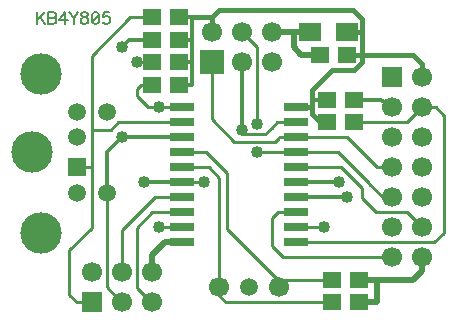
<source format=gtl>
G04 This is an RS-274x file exported by *
G04 gerbv version 2.6A *
G04 More information is available about gerbv at *
G04 http://gerbv.geda-project.org/ *
G04 --End of header info--*
%MOIN*%
%FSLAX34Y34*%
%IPPOS*%
%INKB4Y805__.GTL*%
G04 --Define apertures--*
%ADD10C,0.0100*%
%ADD11C,0.0118*%
%ADD12C,0.0150*%
%ADD13C,0.0157*%
%ADD14C,0.0197*%
%ADD15C,0.0020*%
%ADD16C,0.0250*%
%ADD17C,0.0039*%
%ADD18C,0.0050*%
%ADD19C,0.0079*%
%ADD20C,0.0098*%
%ADD21C,0.1378*%
%ADD22C,0.1438*%
%ADD23C,0.0591*%
%ADD24C,0.0650*%
%ADD25C,0.0669*%
%ADD26C,0.0729*%
%ADD27C,0.0847*%
%AMMACRO28*
1,1,0.078740,0.000000,0.000000*
1,0,0.058740,0.000000,0.000000*
21,1,0.068740,0.005000,0.000000,0.000000,0.000000*
21,1,0.005000,0.068740,0.000000,0.000000,0.000000*
%
%ADD28MACRO28*%
%ADD29R,0.0591X0.0591*%
%ADD30R,0.0600X0.0560*%
%ADD31R,0.0650X0.0650*%
%ADD32R,0.0660X0.0620*%
%ADD33R,0.0669X0.0669*%
%ADD34R,0.0729X0.0729*%
%ADD35R,0.0748X0.0630*%
%ADD36R,0.0787X0.0787*%
%ADD37R,0.0800X0.0260*%
%ADD38R,0.0808X0.0690*%
%ADD39R,0.0847X0.0847*%
%ADD40R,0.0860X0.0320*%
%ADD41C,0.0400*%
%ADD42C,0.0460*%
G04 --Start main section--*
G54D20*
G01X0022250Y0020250D02*
G01X0022250Y0018755D01*
G01X0022505Y0018500D02*
G01X0023000Y0018500D01*
G01X0022250Y0018755D02*
G01X0022505Y0018500D01*
G01X0022250Y0020250D02*
G01X0022258Y0020250D01*
G01X0022500Y0023000D02*
G01X0023000Y0023000D01*
G54D11*
G01X0023500Y0022150D02*
G01X0023500Y0023500D01*
G54D20*
G01X0023000Y0024250D02*
G01X0023650Y0024250D01*
G01X0023650Y0024256D02*
G01X0023650Y0024250D01*
G01X0023894Y0024500D02*
G01X0023650Y0024256D01*
G01X0023000Y0024250D02*
G01X0023000Y0026725D01*
G54D19*
G01X0021174Y0028167D02*
G01X0021174Y0027779D01*
G01X0021432Y0028167D02*
G01X0021174Y0027908D01*
G01X0021266Y0028001D02*
G01X0021432Y0027779D01*
G01X0021561Y0028167D02*
G01X0021561Y0027779D01*
G01X0021561Y0027779D02*
G01X0021727Y0027779D01*
G01X0021727Y0027779D02*
G01X0021783Y0027798D01*
G01X0021783Y0027798D02*
G01X0021801Y0027816D01*
G01X0021801Y0027816D02*
G01X0021820Y0027853D01*
G01X0021820Y0027853D02*
G01X0021820Y0027908D01*
G01X0021820Y0027908D02*
G01X0021801Y0027945D01*
G01X0021801Y0027945D02*
G01X0021783Y0027964D01*
G01X0021783Y0027964D02*
G01X0021727Y0027982D01*
G01X0021727Y0027982D02*
G01X0021783Y0028001D01*
G01X0021783Y0028001D02*
G01X0021801Y0028019D01*
G01X0021801Y0028019D02*
G01X0021820Y0028056D01*
G01X0021820Y0028056D02*
G01X0021820Y0028093D01*
G01X0021820Y0028093D02*
G01X0021801Y0028130D01*
G01X0021801Y0028130D02*
G01X0021783Y0028148D01*
G01X0021783Y0028148D02*
G01X0021727Y0028167D01*
G01X0021727Y0028167D02*
G01X0021561Y0028167D01*
G01X0021561Y0027982D02*
G01X0021727Y0027982D01*
G01X0022115Y0027779D02*
G01X0022115Y0028167D01*
G01X0022115Y0028167D02*
G01X0021930Y0027908D01*
G01X0021930Y0027908D02*
G01X0022207Y0027908D01*
G01X0022263Y0028167D02*
G01X0022410Y0027982D01*
G01X0022410Y0027982D02*
G01X0022410Y0027779D01*
G01X0022558Y0028167D02*
G01X0022410Y0027982D01*
G01X0022724Y0028167D02*
G01X0022669Y0028148D01*
G01X0022669Y0028148D02*
G01X0022650Y0028111D01*
G01X0022650Y0028111D02*
G01X0022650Y0028074D01*
G01X0022650Y0028074D02*
G01X0022669Y0028038D01*
G01X0022669Y0028038D02*
G01X0022706Y0028019D01*
G01X0022706Y0028019D02*
G01X0022779Y0028001D01*
G01X0022779Y0028001D02*
G01X0022835Y0027982D01*
G01X0022835Y0027982D02*
G01X0022872Y0027945D01*
G01X0022872Y0027945D02*
G01X0022890Y0027908D01*
G01X0022890Y0027908D02*
G01X0022890Y0027853D01*
G01X0022890Y0027853D02*
G01X0022872Y0027816D01*
G01X0022872Y0027816D02*
G01X0022853Y0027798D01*
G01X0022853Y0027798D02*
G01X0022798Y0027779D01*
G01X0022798Y0027779D02*
G01X0022724Y0027779D01*
G01X0022724Y0027779D02*
G01X0022669Y0027798D01*
G01X0022669Y0027798D02*
G01X0022650Y0027816D01*
G01X0022650Y0027816D02*
G01X0022632Y0027853D01*
G01X0022632Y0027853D02*
G01X0022632Y0027908D01*
G01X0022632Y0027908D02*
G01X0022650Y0027945D01*
G01X0022650Y0027945D02*
G01X0022687Y0027982D01*
G01X0022687Y0027982D02*
G01X0022742Y0028001D01*
G01X0022742Y0028001D02*
G01X0022816Y0028019D01*
G01X0022816Y0028019D02*
G01X0022853Y0028038D01*
G01X0022853Y0028038D02*
G01X0022872Y0028074D01*
G01X0022872Y0028074D02*
G01X0022872Y0028111D01*
G01X0022872Y0028111D02*
G01X0022853Y0028148D01*
G01X0022853Y0028148D02*
G01X0022798Y0028167D01*
G01X0022798Y0028167D02*
G01X0022724Y0028167D01*
G01X0023112Y0028167D02*
G01X0023056Y0028148D01*
G01X0023056Y0028148D02*
G01X0023019Y0028093D01*
G01X0023019Y0028093D02*
G01X0023001Y0028001D01*
G01X0023001Y0028001D02*
G01X0023001Y0027945D01*
G01X0023001Y0027945D02*
G01X0023019Y0027853D01*
G01X0023019Y0027853D02*
G01X0023056Y0027798D01*
G01X0023056Y0027798D02*
G01X0023112Y0027779D01*
G01X0023112Y0027779D02*
G01X0023148Y0027779D01*
G01X0023148Y0027779D02*
G01X0023204Y0027798D01*
G01X0023204Y0027798D02*
G01X0023241Y0027853D01*
G01X0023241Y0027853D02*
G01X0023259Y0027945D01*
G01X0023259Y0027945D02*
G01X0023259Y0028001D01*
G01X0023259Y0028001D02*
G01X0023241Y0028093D01*
G01X0023241Y0028093D02*
G01X0023204Y0028148D01*
G01X0023204Y0028148D02*
G01X0023148Y0028167D01*
G01X0023148Y0028167D02*
G01X0023112Y0028167D01*
G01X0023241Y0028093D02*
G01X0023019Y0027853D01*
G01X0023591Y0028167D02*
G01X0023407Y0028167D01*
G01X0023407Y0028167D02*
G01X0023388Y0028001D01*
G01X0023388Y0028001D02*
G01X0023407Y0028019D01*
G01X0023407Y0028019D02*
G01X0023462Y0028038D01*
G01X0023462Y0028038D02*
G01X0023518Y0028038D01*
G01X0023518Y0028038D02*
G01X0023573Y0028019D01*
G01X0023573Y0028019D02*
G01X0023610Y0027982D01*
G01X0023610Y0027982D02*
G01X0023628Y0027927D01*
G01X0023628Y0027927D02*
G01X0023628Y0027890D01*
G01X0023628Y0027890D02*
G01X0023610Y0027835D01*
G01X0023610Y0027835D02*
G01X0023573Y0027798D01*
G01X0023573Y0027798D02*
G01X0023518Y0027779D01*
G01X0023518Y0027779D02*
G01X0023462Y0027779D01*
G01X0023462Y0027779D02*
G01X0023407Y0027798D01*
G01X0023407Y0027798D02*
G01X0023388Y0027816D01*
G01X0023388Y0027816D02*
G01X0023370Y0027853D01*
G54D20*
G01X0024994Y0018500D02*
G01X0025000Y0018500D01*
G01X0024500Y0018994D02*
G01X0024994Y0018500D01*
G54D14*
G01X0026000Y0020500D02*
G01X0025432Y0020500D01*
G01X0025000Y0020068D02*
G01X0025000Y0019500D01*
G01X0025432Y0020500D02*
G01X0025000Y0020068D01*
G54D20*
G01X0026000Y0022500D02*
G01X0026750Y0022500D01*
G01X0026806Y0023500D02*
G01X0026000Y0023500D01*
G01X0026000Y0021500D02*
G01X0025015Y0021500D01*
G01X0026000Y0022000D02*
G01X0025103Y0022000D01*
G54D11*
G01X0024750Y0022500D02*
G01X0026000Y0022500D01*
G54D20*
G01X0026908Y0023000D02*
G01X0026000Y0023000D01*
G01X0025000Y0026500D02*
G01X0024500Y0026500D01*
G01X0024500Y0025373D02*
G01X0024873Y0025000D01*
G01X0024873Y0025000D02*
G01X0025250Y0025000D01*
G01X0025250Y0025000D02*
G01X0026000Y0025000D01*
G01X0025000Y0025750D02*
G01X0024642Y0025750D01*
G01X0024500Y0025608D02*
G01X0024500Y0025373D01*
G01X0024642Y0025750D02*
G01X0024500Y0025608D01*
G54D11*
G01X0026350Y0025750D02*
G01X0025900Y0025750D01*
G01X0026350Y0026500D02*
G01X0025900Y0026500D01*
G01X0026350Y0026500D02*
G01X0026350Y0025750D01*
G01X0025000Y0027250D02*
G01X0024247Y0027250D01*
G54D20*
G01X0025000Y0028000D02*
G01X0024275Y0028000D01*
G54D11*
G01X0026350Y0027250D02*
G01X0025900Y0027250D01*
G01X0026350Y0028000D02*
G01X0025900Y0028000D01*
G01X0026350Y0028000D02*
G01X0026350Y0027250D01*
G54D20*
G01X0027250Y0018726D02*
G01X0027476Y0018500D01*
G01X0029000Y0020374D02*
G01X0029374Y0020000D01*
G01X0027500Y0020944D02*
G01X0029250Y0019200D01*
G01X0027250Y0018726D02*
G01X0027250Y0019000D01*
G01X0029250Y0019000D02*
G01X0029250Y0019200D01*
G01X0029250Y0019200D02*
G01X0029350Y0019250D01*
G01X0027748Y0023850D02*
G01X0029106Y0023850D01*
G01X0029800Y0021500D02*
G01X0029199Y0021500D01*
G01X0029199Y0021500D02*
G01X0029000Y0021301D01*
G01X0029750Y0023000D02*
G01X0029800Y0023000D01*
G01X0028500Y0023500D02*
G01X0029800Y0023500D01*
G01X0028000Y0024250D02*
G01X0028000Y0024100D01*
G01X0029800Y0024500D02*
G01X0029173Y0024500D01*
G01X0029173Y0024500D02*
G01X0029000Y0024327D01*
G01X0028000Y0024100D02*
G01X0028786Y0024100D01*
G01X0029000Y0024314D02*
G01X0029000Y0024327D01*
G01X0028786Y0024100D02*
G01X0029000Y0024314D01*
G54D11*
G01X0028000Y0026500D02*
G01X0028000Y0024250D01*
G54D14*
G01X0029750Y0027500D02*
G01X0029000Y0027500D01*
G54D20*
G01X0028003Y0027500D02*
G01X0028000Y0027500D01*
G54D14*
G01X0031900Y0018500D02*
G01X0032500Y0018500D01*
G01X0032500Y0018500D02*
G01X0032500Y0019250D01*
G01X0031900Y0019250D02*
G01X0032146Y0019250D01*
G01X0032146Y0019250D02*
G01X0032500Y0019250D01*
G54D20*
G01X0032000Y0022306D02*
G01X0031306Y0023000D01*
G01X0032250Y0022464D02*
G01X0031214Y0023500D01*
G01X0032250Y0022464D02*
G01X0032250Y0022460D01*
G01X0032250Y0022460D02*
G01X0032710Y0022000D01*
G01X0032500Y0023000D02*
G01X0032500Y0023007D01*
G01X0032000Y0022306D02*
G01X0032000Y0021988D01*
G01X0032000Y0021988D02*
G01X0032488Y0021500D01*
G54D13*
G01X0031736Y0026250D02*
G01X0032000Y0026514D01*
G01X0032000Y0026514D02*
G01X0032000Y0026750D01*
G01X0032000Y0026750D02*
G01X0031500Y0026750D01*
G01X0030350Y0024776D02*
G01X0030626Y0024500D01*
G01X0030350Y0024776D02*
G01X0030350Y0025000D01*
G01X0031736Y0026250D02*
G01X0031015Y0026250D01*
G01X0031015Y0026250D02*
G01X0030350Y0025585D01*
G01X0030350Y0025000D02*
G01X0030350Y0025250D01*
G01X0030350Y0025250D02*
G01X0030350Y0025585D01*
G01X0030626Y0024500D02*
G01X0030850Y0024500D01*
G54D11*
G01X0030350Y0025250D02*
G01X0030850Y0025250D01*
G01X0031750Y0025250D02*
G01X0032650Y0025250D01*
G54D13*
G01X0032000Y0027500D02*
G01X0032000Y0027949D01*
G01X0032000Y0027949D02*
G01X0031699Y0028250D01*
G01X0031500Y0027500D02*
G01X0032000Y0027500D01*
G54D20*
G01X0034431Y0020500D02*
G01X0034750Y0020819D01*
G54D14*
G01X0033715Y0019250D02*
G01X0034000Y0019535D01*
G01X0034000Y0019535D02*
G01X0034000Y0020000D01*
G54D20*
G01X0034477Y0025000D02*
G01X0034000Y0025000D01*
G01X0034750Y0024727D02*
G01X0034477Y0025000D01*
G54D13*
G01X0034000Y0026456D02*
G01X0033706Y0026750D01*
G01X0034000Y0026000D02*
G01X0034000Y0026456D01*
G54D20*
G01X0033500Y0024500D02*
G01X0034000Y0025000D01*
G01X0022258Y0020250D02*
G01X0023000Y0020992D01*
G01X0023000Y0020992D02*
G01X0023000Y0023000D01*
G01X0023500Y0018996D02*
G01X0023500Y0022150D01*
G01X0023000Y0023000D02*
G01X0023000Y0024250D01*
G01X0026000Y0021000D02*
G01X0025250Y0021000D01*
G01X0024500Y0020985D02*
G01X0024500Y0018994D01*
G01X0025015Y0021500D02*
G01X0024500Y0020985D01*
G54D11*
G01X0026350Y0027250D02*
G01X0026350Y0026500D01*
G54D20*
G01X0029250Y0023994D02*
G01X0029250Y0024000D01*
G01X0029106Y0023850D02*
G01X0029250Y0023994D01*
G01X0027500Y0022806D02*
G01X0027500Y0020944D01*
G01X0029000Y0021301D02*
G01X0029000Y0020374D01*
G01X0027250Y0019000D02*
G01X0027250Y0022658D01*
G01X0029250Y0024000D02*
G01X0029800Y0024000D01*
G01X0028500Y0027003D02*
G01X0028003Y0027500D01*
G54D14*
G01X0029750Y0027500D02*
G01X0029750Y0026996D01*
G54D20*
G01X0032500Y0023007D02*
G01X0031507Y0024000D01*
G54D13*
G01X0032000Y0026750D02*
G01X0032000Y0027500D01*
G54D20*
G01X0034000Y0021000D02*
G01X0033500Y0021500D01*
G01X0034750Y0020819D02*
G01X0034750Y0024727D01*
G01X0028500Y0024450D02*
G01X0028500Y0027003D01*
G01X0023996Y0018500D02*
G01X0024000Y0018500D01*
G01X0023500Y0018996D02*
G01X0023996Y0018500D01*
G01X0024000Y0020897D02*
G01X0024000Y0019500D01*
G01X0027476Y0018500D02*
G01X0031000Y0018500D01*
G01X0029800Y0020500D02*
G01X0034431Y0020500D01*
G01X0029374Y0020000D02*
G01X0033000Y0020000D01*
G54D14*
G01X0033715Y0019250D02*
G01X0032500Y0019250D01*
G54D20*
G01X0029350Y0019250D02*
G01X0031000Y0019250D01*
G01X0027500Y0022806D02*
G01X0026806Y0023500D01*
G01X0027250Y0022658D02*
G01X0026908Y0023000D01*
G01X0032500Y0023000D02*
G01X0033000Y0023000D01*
G54D11*
G01X0029800Y0022500D02*
G01X0031250Y0022500D01*
G01X0029800Y0022000D02*
G01X0031500Y0022000D01*
G54D20*
G01X0029800Y0023000D02*
G01X0031306Y0023000D01*
G01X0029800Y0023500D02*
G01X0031214Y0023500D01*
G01X0032710Y0022000D02*
G01X0033000Y0022000D01*
G01X0032488Y0021500D02*
G01X0033500Y0021500D01*
G01X0027000Y0026500D02*
G01X0027000Y0024598D01*
G54D13*
G01X0033706Y0026750D02*
G01X0032000Y0026750D01*
G54D14*
G01X0029996Y0026750D02*
G01X0030600Y0026750D01*
G54D11*
G01X0032650Y0025250D02*
G01X0033000Y0025000D01*
G54D13*
G01X0030350Y0025000D02*
G01X0029800Y0025000D01*
G54D20*
G01X0031750Y0024500D02*
G01X0033500Y0024500D01*
G54D14*
G01X0030280Y0027500D02*
G01X0029750Y0027500D01*
G54D13*
G01X0031699Y0028250D02*
G01X0027237Y0028250D01*
G01X0027237Y0028250D02*
G01X0027000Y0028013D01*
G01X0027000Y0027500D02*
G01X0027000Y0028000D01*
G01X0027000Y0028000D02*
G01X0027000Y0028013D01*
G01X0026350Y0028000D02*
G01X0027000Y0028000D01*
G54D20*
G01X0025103Y0022000D02*
G01X0024000Y0020897D01*
G54D11*
G01X0024000Y0024000D02*
G01X0023500Y0023500D01*
G01X0024000Y0027003D02*
G01X0024000Y0027000D01*
G01X0024247Y0027250D02*
G01X0024000Y0027003D01*
G54D20*
G01X0024275Y0028000D02*
G01X0023000Y0026725D01*
G01X0027000Y0024598D02*
G01X0027748Y0023850D01*
G01X0030750Y0021000D02*
G01X0029800Y0021000D01*
G01X0029800Y0024000D02*
G01X0031507Y0024000D01*
G54D14*
G01X0029750Y0026996D02*
G01X0029996Y0026750D01*
G54D20*
G01X0026000Y0024500D02*
G01X0023894Y0024500D01*
G54D11*
G01X0024000Y0024000D02*
G01X0026000Y0024000D01*
G54D41*
G01X0024750Y0022500D03*
G01X0024500Y0026500D03*
G01X0025250Y0025000D03*
G54D30*
G01X0025000Y0025750D03*
G01X0025900Y0025750D03*
G54D23*
G01X0028250Y0019000D03*
G54D41*
G01X0028500Y0023500D03*
G01X0028500Y0024450D03*
G54D30*
G01X0031000Y0019250D03*
G01X0031900Y0019250D03*
G54D41*
G01X0031250Y0022500D03*
G01X0031500Y0022000D03*
G54D30*
G01X0030850Y0025250D03*
G01X0031750Y0025250D03*
G54D41*
G01X0025250Y0021000D03*
G01X0028000Y0024250D03*
G01X0030750Y0021000D03*
G54D30*
G01X0031000Y0018500D03*
G01X0031900Y0018500D03*
G01X0030850Y0024500D03*
G01X0031750Y0024500D03*
G54D41*
G01X0026750Y0022500D03*
G54D35*
G01X0031500Y0027500D03*
G01X0030280Y0027500D03*
G54D41*
G01X0024000Y0024000D03*
G01X0024000Y0027000D03*
G54D25*
G01X0027000Y0027500D03*
G01X0028000Y0027500D03*
G01X0029000Y0027500D03*
G54D36*
G01X0027000Y0026500D03*
G54D25*
G01X0028000Y0026500D03*
G01X0029000Y0026500D03*
G54D30*
G01X0031500Y0026750D03*
G01X0030600Y0026750D03*
G54D23*
G01X0022500Y0022150D03*
G01X0023500Y0022150D03*
G54D29*
G01X0022500Y0023000D03*
G54D23*
G01X0022500Y0024850D03*
G01X0023500Y0024850D03*
G01X0022500Y0024000D03*
G54D21*
G01X0021000Y0023500D03*
G01X0021300Y0020800D03*
G01X0021300Y0026100D03*
G54D25*
G01X0034000Y0021000D03*
G01X0034000Y0022000D03*
G01X0034000Y0024000D03*
G01X0034000Y0025000D03*
G01X0034000Y0020000D03*
G01X0034000Y0023000D03*
G01X0034000Y0026000D03*
G01X0033000Y0021000D03*
G01X0033000Y0022000D03*
G01X0033000Y0024000D03*
G01X0033000Y0025000D03*
G01X0033000Y0020000D03*
G01X0033000Y0023000D03*
G54D33*
G01X0033000Y0026000D03*
G54D30*
G01X0025000Y0028000D03*
G01X0025900Y0028000D03*
G54D25*
G01X0023000Y0019500D03*
G01X0024000Y0019500D03*
G01X0025000Y0019500D03*
G54D33*
G01X0023000Y0018500D03*
G54D25*
G01X0024000Y0018500D03*
G01X0025000Y0018500D03*
G01X0027250Y0019000D03*
G01X0029250Y0019000D03*
G54D30*
G01X0025000Y0027250D03*
G01X0025900Y0027250D03*
G01X0025000Y0026500D03*
G01X0025900Y0026500D03*
G54D37*
G01X0026000Y0022000D03*
G01X0026000Y0021500D03*
G01X0026000Y0022500D03*
G01X0026000Y0020500D03*
G01X0026000Y0021000D03*
G01X0026000Y0023500D03*
G01X0026000Y0024000D03*
G01X0026000Y0024500D03*
G01X0026000Y0025000D03*
G01X0029800Y0022000D03*
G01X0029800Y0021500D03*
G01X0029800Y0022500D03*
G01X0029800Y0020500D03*
G01X0029800Y0021000D03*
G01X0029800Y0023500D03*
G01X0029800Y0024000D03*
G01X0029800Y0024500D03*
G01X0029800Y0025000D03*
G01X0026000Y0023000D03*
G01X0029800Y0023000D03*
M02*

</source>
